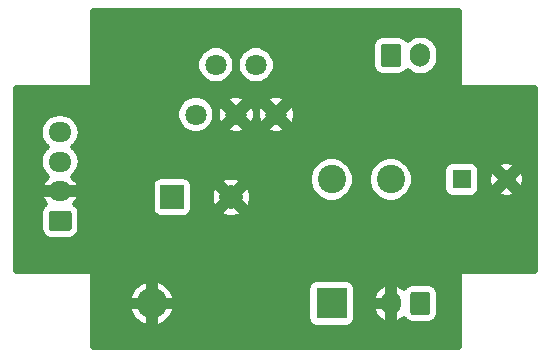
<source format=gbr>
G04 #@! TF.GenerationSoftware,KiCad,Pcbnew,(5.1.4)-1*
G04 #@! TF.CreationDate,2020-01-25T09:23:27+02:00*
G04 #@! TF.ProjectId,power_supply,706f7765-725f-4737-9570-706c792e6b69,rev?*
G04 #@! TF.SameCoordinates,Original*
G04 #@! TF.FileFunction,Copper,L2,Bot*
G04 #@! TF.FilePolarity,Positive*
%FSLAX46Y46*%
G04 Gerber Fmt 4.6, Leading zero omitted, Abs format (unit mm)*
G04 Created by KiCad (PCBNEW (5.1.4)-1) date 2020-01-25 09:23:27*
%MOMM*%
%LPD*%
G04 APERTURE LIST*
%ADD10C,2.000000*%
%ADD11R,2.000000X2.000000*%
%ADD12R,1.600000X1.600000*%
%ADD13C,1.600000*%
%ADD14R,2.600000X2.600000*%
%ADD15O,2.600000X2.600000*%
%ADD16O,1.950000X1.700000*%
%ADD17C,0.100000*%
%ADD18C,1.700000*%
%ADD19O,1.700000X2.000000*%
%ADD20C,2.400000*%
%ADD21C,1.800000*%
%ADD22C,0.500000*%
G04 APERTURE END LIST*
D10*
X177500000Y-128500000D03*
D11*
X172500000Y-128500000D03*
D12*
X197000000Y-127000000D03*
D13*
X200800000Y-127000000D03*
D14*
X186000000Y-137500000D03*
D15*
X170760000Y-137500000D03*
D16*
X163000000Y-123000000D03*
X163000000Y-125500000D03*
X163000000Y-128000000D03*
D17*
G36*
X163749504Y-129651204D02*
G01*
X163773773Y-129654804D01*
X163797571Y-129660765D01*
X163820671Y-129669030D01*
X163842849Y-129679520D01*
X163863893Y-129692133D01*
X163883598Y-129706747D01*
X163901777Y-129723223D01*
X163918253Y-129741402D01*
X163932867Y-129761107D01*
X163945480Y-129782151D01*
X163955970Y-129804329D01*
X163964235Y-129827429D01*
X163970196Y-129851227D01*
X163973796Y-129875496D01*
X163975000Y-129900000D01*
X163975000Y-131100000D01*
X163973796Y-131124504D01*
X163970196Y-131148773D01*
X163964235Y-131172571D01*
X163955970Y-131195671D01*
X163945480Y-131217849D01*
X163932867Y-131238893D01*
X163918253Y-131258598D01*
X163901777Y-131276777D01*
X163883598Y-131293253D01*
X163863893Y-131307867D01*
X163842849Y-131320480D01*
X163820671Y-131330970D01*
X163797571Y-131339235D01*
X163773773Y-131345196D01*
X163749504Y-131348796D01*
X163725000Y-131350000D01*
X162275000Y-131350000D01*
X162250496Y-131348796D01*
X162226227Y-131345196D01*
X162202429Y-131339235D01*
X162179329Y-131330970D01*
X162157151Y-131320480D01*
X162136107Y-131307867D01*
X162116402Y-131293253D01*
X162098223Y-131276777D01*
X162081747Y-131258598D01*
X162067133Y-131238893D01*
X162054520Y-131217849D01*
X162044030Y-131195671D01*
X162035765Y-131172571D01*
X162029804Y-131148773D01*
X162026204Y-131124504D01*
X162025000Y-131100000D01*
X162025000Y-129900000D01*
X162026204Y-129875496D01*
X162029804Y-129851227D01*
X162035765Y-129827429D01*
X162044030Y-129804329D01*
X162054520Y-129782151D01*
X162067133Y-129761107D01*
X162081747Y-129741402D01*
X162098223Y-129723223D01*
X162116402Y-129706747D01*
X162136107Y-129692133D01*
X162157151Y-129679520D01*
X162179329Y-129669030D01*
X162202429Y-129660765D01*
X162226227Y-129654804D01*
X162250496Y-129651204D01*
X162275000Y-129650000D01*
X163725000Y-129650000D01*
X163749504Y-129651204D01*
X163749504Y-129651204D01*
G37*
D18*
X163000000Y-130500000D03*
D19*
X191000000Y-137500000D03*
D17*
G36*
X194124504Y-136501204D02*
G01*
X194148773Y-136504804D01*
X194172571Y-136510765D01*
X194195671Y-136519030D01*
X194217849Y-136529520D01*
X194238893Y-136542133D01*
X194258598Y-136556747D01*
X194276777Y-136573223D01*
X194293253Y-136591402D01*
X194307867Y-136611107D01*
X194320480Y-136632151D01*
X194330970Y-136654329D01*
X194339235Y-136677429D01*
X194345196Y-136701227D01*
X194348796Y-136725496D01*
X194350000Y-136750000D01*
X194350000Y-138250000D01*
X194348796Y-138274504D01*
X194345196Y-138298773D01*
X194339235Y-138322571D01*
X194330970Y-138345671D01*
X194320480Y-138367849D01*
X194307867Y-138388893D01*
X194293253Y-138408598D01*
X194276777Y-138426777D01*
X194258598Y-138443253D01*
X194238893Y-138457867D01*
X194217849Y-138470480D01*
X194195671Y-138480970D01*
X194172571Y-138489235D01*
X194148773Y-138495196D01*
X194124504Y-138498796D01*
X194100000Y-138500000D01*
X192900000Y-138500000D01*
X192875496Y-138498796D01*
X192851227Y-138495196D01*
X192827429Y-138489235D01*
X192804329Y-138480970D01*
X192782151Y-138470480D01*
X192761107Y-138457867D01*
X192741402Y-138443253D01*
X192723223Y-138426777D01*
X192706747Y-138408598D01*
X192692133Y-138388893D01*
X192679520Y-138367849D01*
X192669030Y-138345671D01*
X192660765Y-138322571D01*
X192654804Y-138298773D01*
X192651204Y-138274504D01*
X192650000Y-138250000D01*
X192650000Y-136750000D01*
X192651204Y-136725496D01*
X192654804Y-136701227D01*
X192660765Y-136677429D01*
X192669030Y-136654329D01*
X192679520Y-136632151D01*
X192692133Y-136611107D01*
X192706747Y-136591402D01*
X192723223Y-136573223D01*
X192741402Y-136556747D01*
X192761107Y-136542133D01*
X192782151Y-136529520D01*
X192804329Y-136519030D01*
X192827429Y-136510765D01*
X192851227Y-136504804D01*
X192875496Y-136501204D01*
X192900000Y-136500000D01*
X194100000Y-136500000D01*
X194124504Y-136501204D01*
X194124504Y-136501204D01*
G37*
D18*
X193500000Y-137500000D03*
D17*
G36*
X191624504Y-115501204D02*
G01*
X191648773Y-115504804D01*
X191672571Y-115510765D01*
X191695671Y-115519030D01*
X191717849Y-115529520D01*
X191738893Y-115542133D01*
X191758598Y-115556747D01*
X191776777Y-115573223D01*
X191793253Y-115591402D01*
X191807867Y-115611107D01*
X191820480Y-115632151D01*
X191830970Y-115654329D01*
X191839235Y-115677429D01*
X191845196Y-115701227D01*
X191848796Y-115725496D01*
X191850000Y-115750000D01*
X191850000Y-117250000D01*
X191848796Y-117274504D01*
X191845196Y-117298773D01*
X191839235Y-117322571D01*
X191830970Y-117345671D01*
X191820480Y-117367849D01*
X191807867Y-117388893D01*
X191793253Y-117408598D01*
X191776777Y-117426777D01*
X191758598Y-117443253D01*
X191738893Y-117457867D01*
X191717849Y-117470480D01*
X191695671Y-117480970D01*
X191672571Y-117489235D01*
X191648773Y-117495196D01*
X191624504Y-117498796D01*
X191600000Y-117500000D01*
X190400000Y-117500000D01*
X190375496Y-117498796D01*
X190351227Y-117495196D01*
X190327429Y-117489235D01*
X190304329Y-117480970D01*
X190282151Y-117470480D01*
X190261107Y-117457867D01*
X190241402Y-117443253D01*
X190223223Y-117426777D01*
X190206747Y-117408598D01*
X190192133Y-117388893D01*
X190179520Y-117367849D01*
X190169030Y-117345671D01*
X190160765Y-117322571D01*
X190154804Y-117298773D01*
X190151204Y-117274504D01*
X190150000Y-117250000D01*
X190150000Y-115750000D01*
X190151204Y-115725496D01*
X190154804Y-115701227D01*
X190160765Y-115677429D01*
X190169030Y-115654329D01*
X190179520Y-115632151D01*
X190192133Y-115611107D01*
X190206747Y-115591402D01*
X190223223Y-115573223D01*
X190241402Y-115556747D01*
X190261107Y-115542133D01*
X190282151Y-115529520D01*
X190304329Y-115519030D01*
X190327429Y-115510765D01*
X190351227Y-115504804D01*
X190375496Y-115501204D01*
X190400000Y-115500000D01*
X191600000Y-115500000D01*
X191624504Y-115501204D01*
X191624504Y-115501204D01*
G37*
D18*
X191000000Y-116500000D03*
D19*
X193500000Y-116500000D03*
D20*
X186000000Y-127000000D03*
X191000000Y-127000000D03*
D21*
X177900000Y-121500000D03*
X181300000Y-121500000D03*
X174500000Y-121500000D03*
X176200000Y-117300000D03*
X179600000Y-117300000D03*
D22*
G36*
X196750000Y-119000000D02*
G01*
X196754804Y-119048773D01*
X196769030Y-119095671D01*
X196792133Y-119138893D01*
X196823223Y-119176777D01*
X196861107Y-119207867D01*
X196904329Y-119230970D01*
X196951227Y-119245196D01*
X197000000Y-119250000D01*
X203225000Y-119250000D01*
X203225001Y-134750000D01*
X197000000Y-134750000D01*
X196951227Y-134754804D01*
X196904329Y-134769030D01*
X196861107Y-134792133D01*
X196823223Y-134823223D01*
X196792133Y-134861107D01*
X196769030Y-134904329D01*
X196754804Y-134951227D01*
X196750000Y-135000000D01*
X196750000Y-141225000D01*
X165750000Y-141225000D01*
X165750000Y-138065219D01*
X168789460Y-138065219D01*
X168807530Y-138124815D01*
X168966941Y-138493717D01*
X169195259Y-138824431D01*
X169483709Y-139104248D01*
X169821206Y-139322415D01*
X170194780Y-139470547D01*
X170510000Y-139347206D01*
X170510000Y-137750000D01*
X171010000Y-137750000D01*
X171010000Y-139347206D01*
X171325220Y-139470547D01*
X171698794Y-139322415D01*
X172036291Y-139104248D01*
X172324741Y-138824431D01*
X172553059Y-138493717D01*
X172712470Y-138124815D01*
X172730540Y-138065219D01*
X172605645Y-137750000D01*
X171010000Y-137750000D01*
X170510000Y-137750000D01*
X168914355Y-137750000D01*
X168789460Y-138065219D01*
X165750000Y-138065219D01*
X165750000Y-136934781D01*
X168789460Y-136934781D01*
X168914355Y-137250000D01*
X170510000Y-137250000D01*
X170510000Y-135652794D01*
X171010000Y-135652794D01*
X171010000Y-137250000D01*
X172605645Y-137250000D01*
X172730540Y-136934781D01*
X172712470Y-136875185D01*
X172553059Y-136506283D01*
X172341608Y-136200000D01*
X183946372Y-136200000D01*
X183946372Y-138800000D01*
X183960853Y-138947026D01*
X184003739Y-139088401D01*
X184073381Y-139218693D01*
X184167105Y-139332895D01*
X184281307Y-139426619D01*
X184411599Y-139496261D01*
X184552974Y-139539147D01*
X184700000Y-139553628D01*
X187300000Y-139553628D01*
X187447026Y-139539147D01*
X187588401Y-139496261D01*
X187718693Y-139426619D01*
X187832895Y-139332895D01*
X187926619Y-139218693D01*
X187996261Y-139088401D01*
X188039147Y-138947026D01*
X188053628Y-138800000D01*
X188053628Y-137997839D01*
X189443074Y-137997839D01*
X189540850Y-138294897D01*
X189694700Y-138567172D01*
X189898712Y-138804200D01*
X190145046Y-138996873D01*
X190424236Y-139137786D01*
X190505857Y-139171783D01*
X190750000Y-139040200D01*
X190750000Y-137750000D01*
X189595328Y-137750000D01*
X189443074Y-137997839D01*
X188053628Y-137997839D01*
X188053628Y-137002161D01*
X189443074Y-137002161D01*
X189595328Y-137250000D01*
X190750000Y-137250000D01*
X190750000Y-135959800D01*
X191250000Y-135959800D01*
X191250000Y-137250000D01*
X191270000Y-137250000D01*
X191270000Y-137750000D01*
X191250000Y-137750000D01*
X191250000Y-139040200D01*
X191494143Y-139171783D01*
X191575764Y-139137786D01*
X191854954Y-138996873D01*
X192077807Y-138822566D01*
X192190328Y-138959672D01*
X192342414Y-139084486D01*
X192515928Y-139177231D01*
X192704202Y-139234344D01*
X192900000Y-139253628D01*
X194100000Y-139253628D01*
X194295798Y-139234344D01*
X194484072Y-139177231D01*
X194657586Y-139084486D01*
X194809672Y-138959672D01*
X194934486Y-138807586D01*
X195027231Y-138634072D01*
X195084344Y-138445798D01*
X195103628Y-138250000D01*
X195103628Y-136750000D01*
X195084344Y-136554202D01*
X195027231Y-136365928D01*
X194934486Y-136192414D01*
X194809672Y-136040328D01*
X194657586Y-135915514D01*
X194484072Y-135822769D01*
X194295798Y-135765656D01*
X194100000Y-135746372D01*
X192900000Y-135746372D01*
X192704202Y-135765656D01*
X192515928Y-135822769D01*
X192342414Y-135915514D01*
X192190328Y-136040328D01*
X192077807Y-136177434D01*
X191854954Y-136003127D01*
X191575764Y-135862214D01*
X191494143Y-135828217D01*
X191250000Y-135959800D01*
X190750000Y-135959800D01*
X190505857Y-135828217D01*
X190424236Y-135862214D01*
X190145046Y-136003127D01*
X189898712Y-136195800D01*
X189694700Y-136432828D01*
X189540850Y-136705103D01*
X189443074Y-137002161D01*
X188053628Y-137002161D01*
X188053628Y-136200000D01*
X188039147Y-136052974D01*
X187996261Y-135911599D01*
X187926619Y-135781307D01*
X187832895Y-135667105D01*
X187718693Y-135573381D01*
X187588401Y-135503739D01*
X187447026Y-135460853D01*
X187300000Y-135446372D01*
X184700000Y-135446372D01*
X184552974Y-135460853D01*
X184411599Y-135503739D01*
X184281307Y-135573381D01*
X184167105Y-135667105D01*
X184073381Y-135781307D01*
X184003739Y-135911599D01*
X183960853Y-136052974D01*
X183946372Y-136200000D01*
X172341608Y-136200000D01*
X172324741Y-136175569D01*
X172036291Y-135895752D01*
X171698794Y-135677585D01*
X171325220Y-135529453D01*
X171010000Y-135652794D01*
X170510000Y-135652794D01*
X170194780Y-135529453D01*
X169821206Y-135677585D01*
X169483709Y-135895752D01*
X169195259Y-136175569D01*
X168966941Y-136506283D01*
X168807530Y-136875185D01*
X168789460Y-136934781D01*
X165750000Y-136934781D01*
X165750000Y-135000000D01*
X165745196Y-134951227D01*
X165730970Y-134904329D01*
X165707867Y-134861107D01*
X165676777Y-134823223D01*
X165638893Y-134792133D01*
X165595671Y-134769030D01*
X165548773Y-134754804D01*
X165500000Y-134750000D01*
X159275000Y-134750000D01*
X159275000Y-129900000D01*
X161271372Y-129900000D01*
X161271372Y-131100000D01*
X161290656Y-131295798D01*
X161347769Y-131484072D01*
X161440514Y-131657586D01*
X161565328Y-131809672D01*
X161717414Y-131934486D01*
X161890928Y-132027231D01*
X162079202Y-132084344D01*
X162275000Y-132103628D01*
X163725000Y-132103628D01*
X163920798Y-132084344D01*
X164109072Y-132027231D01*
X164282586Y-131934486D01*
X164434672Y-131809672D01*
X164559486Y-131657586D01*
X164652231Y-131484072D01*
X164709344Y-131295798D01*
X164728628Y-131100000D01*
X164728628Y-129900000D01*
X164709344Y-129704202D01*
X164652231Y-129515928D01*
X164559486Y-129342414D01*
X164434672Y-129190328D01*
X164299106Y-129079072D01*
X164484980Y-128833574D01*
X164621471Y-128552238D01*
X164646783Y-128494143D01*
X164515200Y-128250000D01*
X163250000Y-128250000D01*
X163250000Y-128270000D01*
X162750000Y-128270000D01*
X162750000Y-128250000D01*
X161484800Y-128250000D01*
X161353217Y-128494143D01*
X161378529Y-128552238D01*
X161515020Y-128833574D01*
X161700894Y-129079072D01*
X161565328Y-129190328D01*
X161440514Y-129342414D01*
X161347769Y-129515928D01*
X161290656Y-129704202D01*
X161271372Y-129900000D01*
X159275000Y-129900000D01*
X159275000Y-123000000D01*
X161267259Y-123000000D01*
X161298151Y-123313655D01*
X161389641Y-123615256D01*
X161538212Y-123893213D01*
X161738155Y-124136845D01*
X161876035Y-124250000D01*
X161738155Y-124363155D01*
X161538212Y-124606787D01*
X161389641Y-124884744D01*
X161298151Y-125186345D01*
X161267259Y-125500000D01*
X161298151Y-125813655D01*
X161389641Y-126115256D01*
X161538212Y-126393213D01*
X161738155Y-126636845D01*
X161884272Y-126756760D01*
X161703774Y-126917124D01*
X161515020Y-127166426D01*
X161378529Y-127447762D01*
X161353217Y-127505857D01*
X161484800Y-127750000D01*
X162750000Y-127750000D01*
X162750000Y-127730000D01*
X163250000Y-127730000D01*
X163250000Y-127750000D01*
X164515200Y-127750000D01*
X164646783Y-127505857D01*
X164644232Y-127500000D01*
X170746372Y-127500000D01*
X170746372Y-129500000D01*
X170760853Y-129647026D01*
X170803739Y-129788401D01*
X170873381Y-129918693D01*
X170967105Y-130032895D01*
X171081307Y-130126619D01*
X171211599Y-130196261D01*
X171352974Y-130239147D01*
X171500000Y-130253628D01*
X173500000Y-130253628D01*
X173647026Y-130239147D01*
X173788401Y-130196261D01*
X173918693Y-130126619D01*
X174032895Y-130032895D01*
X174126619Y-129918693D01*
X174196261Y-129788401D01*
X174200792Y-129773463D01*
X176580091Y-129773463D01*
X176679152Y-130055127D01*
X176998313Y-130185385D01*
X177336755Y-130250875D01*
X177681470Y-130249080D01*
X178019212Y-130180068D01*
X178320848Y-130055127D01*
X178419909Y-129773463D01*
X177500000Y-128853553D01*
X176580091Y-129773463D01*
X174200792Y-129773463D01*
X174239147Y-129647026D01*
X174253628Y-129500000D01*
X174253628Y-128336755D01*
X175749125Y-128336755D01*
X175750920Y-128681470D01*
X175819932Y-129019212D01*
X175944873Y-129320848D01*
X176226537Y-129419909D01*
X177146447Y-128500000D01*
X177853553Y-128500000D01*
X178773463Y-129419909D01*
X179055127Y-129320848D01*
X179185385Y-129001687D01*
X179250875Y-128663245D01*
X179249080Y-128318530D01*
X179180068Y-127980788D01*
X179055127Y-127679152D01*
X178773463Y-127580091D01*
X177853553Y-128500000D01*
X177146447Y-128500000D01*
X176226537Y-127580091D01*
X175944873Y-127679152D01*
X175814615Y-127998313D01*
X175749125Y-128336755D01*
X174253628Y-128336755D01*
X174253628Y-127500000D01*
X174239147Y-127352974D01*
X174200793Y-127226537D01*
X176580091Y-127226537D01*
X177500000Y-128146447D01*
X178419909Y-127226537D01*
X178320848Y-126944873D01*
X178001687Y-126814615D01*
X177967202Y-126807942D01*
X184050000Y-126807942D01*
X184050000Y-127192058D01*
X184124938Y-127568794D01*
X184271933Y-127923671D01*
X184485336Y-128243052D01*
X184756948Y-128514664D01*
X185076329Y-128728067D01*
X185431206Y-128875062D01*
X185807942Y-128950000D01*
X186192058Y-128950000D01*
X186568794Y-128875062D01*
X186923671Y-128728067D01*
X187243052Y-128514664D01*
X187514664Y-128243052D01*
X187728067Y-127923671D01*
X187875062Y-127568794D01*
X187950000Y-127192058D01*
X187950000Y-126807942D01*
X189050000Y-126807942D01*
X189050000Y-127192058D01*
X189124938Y-127568794D01*
X189271933Y-127923671D01*
X189485336Y-128243052D01*
X189756948Y-128514664D01*
X190076329Y-128728067D01*
X190431206Y-128875062D01*
X190807942Y-128950000D01*
X191192058Y-128950000D01*
X191568794Y-128875062D01*
X191923671Y-128728067D01*
X192243052Y-128514664D01*
X192514664Y-128243052D01*
X192728067Y-127923671D01*
X192875062Y-127568794D01*
X192950000Y-127192058D01*
X192950000Y-126807942D01*
X192875062Y-126431206D01*
X192779294Y-126200000D01*
X195446372Y-126200000D01*
X195446372Y-127800000D01*
X195460853Y-127947026D01*
X195503739Y-128088401D01*
X195573381Y-128218693D01*
X195667105Y-128332895D01*
X195781307Y-128426619D01*
X195911599Y-128496261D01*
X196052974Y-128539147D01*
X196200000Y-128553628D01*
X197800000Y-128553628D01*
X197947026Y-128539147D01*
X198088401Y-128496261D01*
X198218693Y-128426619D01*
X198332895Y-128332895D01*
X198426619Y-128218693D01*
X198474428Y-128129247D01*
X200024306Y-128129247D01*
X200098649Y-128390653D01*
X200383429Y-128500758D01*
X200684216Y-128553190D01*
X200989454Y-128545935D01*
X201287411Y-128479270D01*
X201501351Y-128390653D01*
X201575694Y-128129247D01*
X200800000Y-127353553D01*
X200024306Y-128129247D01*
X198474428Y-128129247D01*
X198496261Y-128088401D01*
X198539147Y-127947026D01*
X198553628Y-127800000D01*
X198553628Y-126884216D01*
X199246810Y-126884216D01*
X199254065Y-127189454D01*
X199320730Y-127487411D01*
X199409347Y-127701351D01*
X199670753Y-127775694D01*
X200446447Y-127000000D01*
X201153553Y-127000000D01*
X201929247Y-127775694D01*
X202190653Y-127701351D01*
X202300758Y-127416571D01*
X202353190Y-127115784D01*
X202345935Y-126810546D01*
X202279270Y-126512589D01*
X202190653Y-126298649D01*
X201929247Y-126224306D01*
X201153553Y-127000000D01*
X200446447Y-127000000D01*
X199670753Y-126224306D01*
X199409347Y-126298649D01*
X199299242Y-126583429D01*
X199246810Y-126884216D01*
X198553628Y-126884216D01*
X198553628Y-126200000D01*
X198539147Y-126052974D01*
X198496261Y-125911599D01*
X198474429Y-125870753D01*
X200024306Y-125870753D01*
X200800000Y-126646447D01*
X201575694Y-125870753D01*
X201501351Y-125609347D01*
X201216571Y-125499242D01*
X200915784Y-125446810D01*
X200610546Y-125454065D01*
X200312589Y-125520730D01*
X200098649Y-125609347D01*
X200024306Y-125870753D01*
X198474429Y-125870753D01*
X198426619Y-125781307D01*
X198332895Y-125667105D01*
X198218693Y-125573381D01*
X198088401Y-125503739D01*
X197947026Y-125460853D01*
X197800000Y-125446372D01*
X196200000Y-125446372D01*
X196052974Y-125460853D01*
X195911599Y-125503739D01*
X195781307Y-125573381D01*
X195667105Y-125667105D01*
X195573381Y-125781307D01*
X195503739Y-125911599D01*
X195460853Y-126052974D01*
X195446372Y-126200000D01*
X192779294Y-126200000D01*
X192728067Y-126076329D01*
X192514664Y-125756948D01*
X192243052Y-125485336D01*
X191923671Y-125271933D01*
X191568794Y-125124938D01*
X191192058Y-125050000D01*
X190807942Y-125050000D01*
X190431206Y-125124938D01*
X190076329Y-125271933D01*
X189756948Y-125485336D01*
X189485336Y-125756948D01*
X189271933Y-126076329D01*
X189124938Y-126431206D01*
X189050000Y-126807942D01*
X187950000Y-126807942D01*
X187875062Y-126431206D01*
X187728067Y-126076329D01*
X187514664Y-125756948D01*
X187243052Y-125485336D01*
X186923671Y-125271933D01*
X186568794Y-125124938D01*
X186192058Y-125050000D01*
X185807942Y-125050000D01*
X185431206Y-125124938D01*
X185076329Y-125271933D01*
X184756948Y-125485336D01*
X184485336Y-125756948D01*
X184271933Y-126076329D01*
X184124938Y-126431206D01*
X184050000Y-126807942D01*
X177967202Y-126807942D01*
X177663245Y-126749125D01*
X177318530Y-126750920D01*
X176980788Y-126819932D01*
X176679152Y-126944873D01*
X176580091Y-127226537D01*
X174200793Y-127226537D01*
X174196261Y-127211599D01*
X174126619Y-127081307D01*
X174032895Y-126967105D01*
X173918693Y-126873381D01*
X173788401Y-126803739D01*
X173647026Y-126760853D01*
X173500000Y-126746372D01*
X171500000Y-126746372D01*
X171352974Y-126760853D01*
X171211599Y-126803739D01*
X171081307Y-126873381D01*
X170967105Y-126967105D01*
X170873381Y-127081307D01*
X170803739Y-127211599D01*
X170760853Y-127352974D01*
X170746372Y-127500000D01*
X164644232Y-127500000D01*
X164621471Y-127447762D01*
X164484980Y-127166426D01*
X164296226Y-126917124D01*
X164115728Y-126756760D01*
X164261845Y-126636845D01*
X164461788Y-126393213D01*
X164610359Y-126115256D01*
X164701849Y-125813655D01*
X164732741Y-125500000D01*
X164701849Y-125186345D01*
X164610359Y-124884744D01*
X164461788Y-124606787D01*
X164261845Y-124363155D01*
X164123965Y-124250000D01*
X164261845Y-124136845D01*
X164461788Y-123893213D01*
X164610359Y-123615256D01*
X164701849Y-123313655D01*
X164732741Y-123000000D01*
X164701849Y-122686345D01*
X164610359Y-122384744D01*
X164461788Y-122106787D01*
X164261845Y-121863155D01*
X164018213Y-121663212D01*
X163740256Y-121514641D01*
X163438655Y-121423151D01*
X163203597Y-121400000D01*
X162796403Y-121400000D01*
X162561345Y-121423151D01*
X162259744Y-121514641D01*
X161981787Y-121663212D01*
X161738155Y-121863155D01*
X161538212Y-122106787D01*
X161389641Y-122384744D01*
X161298151Y-122686345D01*
X161267259Y-123000000D01*
X159275000Y-123000000D01*
X159275000Y-121337489D01*
X172850000Y-121337489D01*
X172850000Y-121662511D01*
X172913408Y-121981287D01*
X173037789Y-122281568D01*
X173218361Y-122551814D01*
X173448186Y-122781639D01*
X173718432Y-122962211D01*
X174018713Y-123086592D01*
X174337489Y-123150000D01*
X174662511Y-123150000D01*
X174981287Y-123086592D01*
X175281568Y-122962211D01*
X175551814Y-122781639D01*
X175632024Y-122701429D01*
X177052125Y-122701429D01*
X177138858Y-122972947D01*
X177440841Y-123093136D01*
X177760469Y-123152102D01*
X178085459Y-123147579D01*
X178403322Y-123079739D01*
X178661142Y-122972947D01*
X178747875Y-122701429D01*
X180452125Y-122701429D01*
X180538858Y-122972947D01*
X180840841Y-123093136D01*
X181160469Y-123152102D01*
X181485459Y-123147579D01*
X181803322Y-123079739D01*
X182061142Y-122972947D01*
X182147875Y-122701429D01*
X181300000Y-121853553D01*
X180452125Y-122701429D01*
X178747875Y-122701429D01*
X177900000Y-121853553D01*
X177052125Y-122701429D01*
X175632024Y-122701429D01*
X175781639Y-122551814D01*
X175962211Y-122281568D01*
X176086592Y-121981287D01*
X176150000Y-121662511D01*
X176150000Y-121360469D01*
X176247898Y-121360469D01*
X176252421Y-121685459D01*
X176320261Y-122003322D01*
X176427053Y-122261142D01*
X176698571Y-122347875D01*
X177546447Y-121500000D01*
X178253553Y-121500000D01*
X179101429Y-122347875D01*
X179372947Y-122261142D01*
X179493136Y-121959159D01*
X179552102Y-121639531D01*
X179548219Y-121360469D01*
X179647898Y-121360469D01*
X179652421Y-121685459D01*
X179720261Y-122003322D01*
X179827053Y-122261142D01*
X180098571Y-122347875D01*
X180946447Y-121500000D01*
X181653553Y-121500000D01*
X182501429Y-122347875D01*
X182772947Y-122261142D01*
X182893136Y-121959159D01*
X182952102Y-121639531D01*
X182947579Y-121314541D01*
X182879739Y-120996678D01*
X182772947Y-120738858D01*
X182501429Y-120652125D01*
X181653553Y-121500000D01*
X180946447Y-121500000D01*
X180098571Y-120652125D01*
X179827053Y-120738858D01*
X179706864Y-121040841D01*
X179647898Y-121360469D01*
X179548219Y-121360469D01*
X179547579Y-121314541D01*
X179479739Y-120996678D01*
X179372947Y-120738858D01*
X179101429Y-120652125D01*
X178253553Y-121500000D01*
X177546447Y-121500000D01*
X176698571Y-120652125D01*
X176427053Y-120738858D01*
X176306864Y-121040841D01*
X176247898Y-121360469D01*
X176150000Y-121360469D01*
X176150000Y-121337489D01*
X176086592Y-121018713D01*
X175962211Y-120718432D01*
X175781639Y-120448186D01*
X175632024Y-120298571D01*
X177052125Y-120298571D01*
X177900000Y-121146447D01*
X178747875Y-120298571D01*
X180452125Y-120298571D01*
X181300000Y-121146447D01*
X182147875Y-120298571D01*
X182061142Y-120027053D01*
X181759159Y-119906864D01*
X181439531Y-119847898D01*
X181114541Y-119852421D01*
X180796678Y-119920261D01*
X180538858Y-120027053D01*
X180452125Y-120298571D01*
X178747875Y-120298571D01*
X178661142Y-120027053D01*
X178359159Y-119906864D01*
X178039531Y-119847898D01*
X177714541Y-119852421D01*
X177396678Y-119920261D01*
X177138858Y-120027053D01*
X177052125Y-120298571D01*
X175632024Y-120298571D01*
X175551814Y-120218361D01*
X175281568Y-120037789D01*
X174981287Y-119913408D01*
X174662511Y-119850000D01*
X174337489Y-119850000D01*
X174018713Y-119913408D01*
X173718432Y-120037789D01*
X173448186Y-120218361D01*
X173218361Y-120448186D01*
X173037789Y-120718432D01*
X172913408Y-121018713D01*
X172850000Y-121337489D01*
X159275000Y-121337489D01*
X159275000Y-119250000D01*
X165500000Y-119250000D01*
X165548773Y-119245196D01*
X165595671Y-119230970D01*
X165638893Y-119207867D01*
X165676777Y-119176777D01*
X165707867Y-119138893D01*
X165730970Y-119095671D01*
X165745196Y-119048773D01*
X165750000Y-119000000D01*
X165750000Y-117137489D01*
X174550000Y-117137489D01*
X174550000Y-117462511D01*
X174613408Y-117781287D01*
X174737789Y-118081568D01*
X174918361Y-118351814D01*
X175148186Y-118581639D01*
X175418432Y-118762211D01*
X175718713Y-118886592D01*
X176037489Y-118950000D01*
X176362511Y-118950000D01*
X176681287Y-118886592D01*
X176981568Y-118762211D01*
X177251814Y-118581639D01*
X177481639Y-118351814D01*
X177662211Y-118081568D01*
X177786592Y-117781287D01*
X177850000Y-117462511D01*
X177850000Y-117137489D01*
X177950000Y-117137489D01*
X177950000Y-117462511D01*
X178013408Y-117781287D01*
X178137789Y-118081568D01*
X178318361Y-118351814D01*
X178548186Y-118581639D01*
X178818432Y-118762211D01*
X179118713Y-118886592D01*
X179437489Y-118950000D01*
X179762511Y-118950000D01*
X180081287Y-118886592D01*
X180381568Y-118762211D01*
X180651814Y-118581639D01*
X180881639Y-118351814D01*
X181062211Y-118081568D01*
X181186592Y-117781287D01*
X181250000Y-117462511D01*
X181250000Y-117137489D01*
X181186592Y-116818713D01*
X181062211Y-116518432D01*
X180881639Y-116248186D01*
X180651814Y-116018361D01*
X180381568Y-115837789D01*
X180169628Y-115750000D01*
X189396372Y-115750000D01*
X189396372Y-117250000D01*
X189415656Y-117445798D01*
X189472769Y-117634072D01*
X189565514Y-117807586D01*
X189690328Y-117959672D01*
X189842414Y-118084486D01*
X190015928Y-118177231D01*
X190204202Y-118234344D01*
X190400000Y-118253628D01*
X191600000Y-118253628D01*
X191795798Y-118234344D01*
X191984072Y-118177231D01*
X192157586Y-118084486D01*
X192309672Y-117959672D01*
X192415950Y-117830172D01*
X192606788Y-117986788D01*
X192884745Y-118135359D01*
X193186346Y-118226849D01*
X193500000Y-118257741D01*
X193813655Y-118226849D01*
X194115256Y-118135359D01*
X194393213Y-117986788D01*
X194636845Y-117786845D01*
X194836788Y-117543213D01*
X194985359Y-117265255D01*
X195076849Y-116963654D01*
X195100000Y-116728596D01*
X195100000Y-116271403D01*
X195076849Y-116036345D01*
X194985359Y-115734744D01*
X194836788Y-115456787D01*
X194636845Y-115213155D01*
X194393212Y-115013212D01*
X194115255Y-114864641D01*
X193813654Y-114773151D01*
X193500000Y-114742259D01*
X193186345Y-114773151D01*
X192884744Y-114864641D01*
X192606787Y-115013212D01*
X192415950Y-115169828D01*
X192309672Y-115040328D01*
X192157586Y-114915514D01*
X191984072Y-114822769D01*
X191795798Y-114765656D01*
X191600000Y-114746372D01*
X190400000Y-114746372D01*
X190204202Y-114765656D01*
X190015928Y-114822769D01*
X189842414Y-114915514D01*
X189690328Y-115040328D01*
X189565514Y-115192414D01*
X189472769Y-115365928D01*
X189415656Y-115554202D01*
X189396372Y-115750000D01*
X180169628Y-115750000D01*
X180081287Y-115713408D01*
X179762511Y-115650000D01*
X179437489Y-115650000D01*
X179118713Y-115713408D01*
X178818432Y-115837789D01*
X178548186Y-116018361D01*
X178318361Y-116248186D01*
X178137789Y-116518432D01*
X178013408Y-116818713D01*
X177950000Y-117137489D01*
X177850000Y-117137489D01*
X177786592Y-116818713D01*
X177662211Y-116518432D01*
X177481639Y-116248186D01*
X177251814Y-116018361D01*
X176981568Y-115837789D01*
X176681287Y-115713408D01*
X176362511Y-115650000D01*
X176037489Y-115650000D01*
X175718713Y-115713408D01*
X175418432Y-115837789D01*
X175148186Y-116018361D01*
X174918361Y-116248186D01*
X174737789Y-116518432D01*
X174613408Y-116818713D01*
X174550000Y-117137489D01*
X165750000Y-117137489D01*
X165750000Y-112775000D01*
X196750000Y-112775000D01*
X196750000Y-119000000D01*
X196750000Y-119000000D01*
G37*
X196750000Y-119000000D02*
X196754804Y-119048773D01*
X196769030Y-119095671D01*
X196792133Y-119138893D01*
X196823223Y-119176777D01*
X196861107Y-119207867D01*
X196904329Y-119230970D01*
X196951227Y-119245196D01*
X197000000Y-119250000D01*
X203225000Y-119250000D01*
X203225001Y-134750000D01*
X197000000Y-134750000D01*
X196951227Y-134754804D01*
X196904329Y-134769030D01*
X196861107Y-134792133D01*
X196823223Y-134823223D01*
X196792133Y-134861107D01*
X196769030Y-134904329D01*
X196754804Y-134951227D01*
X196750000Y-135000000D01*
X196750000Y-141225000D01*
X165750000Y-141225000D01*
X165750000Y-138065219D01*
X168789460Y-138065219D01*
X168807530Y-138124815D01*
X168966941Y-138493717D01*
X169195259Y-138824431D01*
X169483709Y-139104248D01*
X169821206Y-139322415D01*
X170194780Y-139470547D01*
X170510000Y-139347206D01*
X170510000Y-137750000D01*
X171010000Y-137750000D01*
X171010000Y-139347206D01*
X171325220Y-139470547D01*
X171698794Y-139322415D01*
X172036291Y-139104248D01*
X172324741Y-138824431D01*
X172553059Y-138493717D01*
X172712470Y-138124815D01*
X172730540Y-138065219D01*
X172605645Y-137750000D01*
X171010000Y-137750000D01*
X170510000Y-137750000D01*
X168914355Y-137750000D01*
X168789460Y-138065219D01*
X165750000Y-138065219D01*
X165750000Y-136934781D01*
X168789460Y-136934781D01*
X168914355Y-137250000D01*
X170510000Y-137250000D01*
X170510000Y-135652794D01*
X171010000Y-135652794D01*
X171010000Y-137250000D01*
X172605645Y-137250000D01*
X172730540Y-136934781D01*
X172712470Y-136875185D01*
X172553059Y-136506283D01*
X172341608Y-136200000D01*
X183946372Y-136200000D01*
X183946372Y-138800000D01*
X183960853Y-138947026D01*
X184003739Y-139088401D01*
X184073381Y-139218693D01*
X184167105Y-139332895D01*
X184281307Y-139426619D01*
X184411599Y-139496261D01*
X184552974Y-139539147D01*
X184700000Y-139553628D01*
X187300000Y-139553628D01*
X187447026Y-139539147D01*
X187588401Y-139496261D01*
X187718693Y-139426619D01*
X187832895Y-139332895D01*
X187926619Y-139218693D01*
X187996261Y-139088401D01*
X188039147Y-138947026D01*
X188053628Y-138800000D01*
X188053628Y-137997839D01*
X189443074Y-137997839D01*
X189540850Y-138294897D01*
X189694700Y-138567172D01*
X189898712Y-138804200D01*
X190145046Y-138996873D01*
X190424236Y-139137786D01*
X190505857Y-139171783D01*
X190750000Y-139040200D01*
X190750000Y-137750000D01*
X189595328Y-137750000D01*
X189443074Y-137997839D01*
X188053628Y-137997839D01*
X188053628Y-137002161D01*
X189443074Y-137002161D01*
X189595328Y-137250000D01*
X190750000Y-137250000D01*
X190750000Y-135959800D01*
X191250000Y-135959800D01*
X191250000Y-137250000D01*
X191270000Y-137250000D01*
X191270000Y-137750000D01*
X191250000Y-137750000D01*
X191250000Y-139040200D01*
X191494143Y-139171783D01*
X191575764Y-139137786D01*
X191854954Y-138996873D01*
X192077807Y-138822566D01*
X192190328Y-138959672D01*
X192342414Y-139084486D01*
X192515928Y-139177231D01*
X192704202Y-139234344D01*
X192900000Y-139253628D01*
X194100000Y-139253628D01*
X194295798Y-139234344D01*
X194484072Y-139177231D01*
X194657586Y-139084486D01*
X194809672Y-138959672D01*
X194934486Y-138807586D01*
X195027231Y-138634072D01*
X195084344Y-138445798D01*
X195103628Y-138250000D01*
X195103628Y-136750000D01*
X195084344Y-136554202D01*
X195027231Y-136365928D01*
X194934486Y-136192414D01*
X194809672Y-136040328D01*
X194657586Y-135915514D01*
X194484072Y-135822769D01*
X194295798Y-135765656D01*
X194100000Y-135746372D01*
X192900000Y-135746372D01*
X192704202Y-135765656D01*
X192515928Y-135822769D01*
X192342414Y-135915514D01*
X192190328Y-136040328D01*
X192077807Y-136177434D01*
X191854954Y-136003127D01*
X191575764Y-135862214D01*
X191494143Y-135828217D01*
X191250000Y-135959800D01*
X190750000Y-135959800D01*
X190505857Y-135828217D01*
X190424236Y-135862214D01*
X190145046Y-136003127D01*
X189898712Y-136195800D01*
X189694700Y-136432828D01*
X189540850Y-136705103D01*
X189443074Y-137002161D01*
X188053628Y-137002161D01*
X188053628Y-136200000D01*
X188039147Y-136052974D01*
X187996261Y-135911599D01*
X187926619Y-135781307D01*
X187832895Y-135667105D01*
X187718693Y-135573381D01*
X187588401Y-135503739D01*
X187447026Y-135460853D01*
X187300000Y-135446372D01*
X184700000Y-135446372D01*
X184552974Y-135460853D01*
X184411599Y-135503739D01*
X184281307Y-135573381D01*
X184167105Y-135667105D01*
X184073381Y-135781307D01*
X184003739Y-135911599D01*
X183960853Y-136052974D01*
X183946372Y-136200000D01*
X172341608Y-136200000D01*
X172324741Y-136175569D01*
X172036291Y-135895752D01*
X171698794Y-135677585D01*
X171325220Y-135529453D01*
X171010000Y-135652794D01*
X170510000Y-135652794D01*
X170194780Y-135529453D01*
X169821206Y-135677585D01*
X169483709Y-135895752D01*
X169195259Y-136175569D01*
X168966941Y-136506283D01*
X168807530Y-136875185D01*
X168789460Y-136934781D01*
X165750000Y-136934781D01*
X165750000Y-135000000D01*
X165745196Y-134951227D01*
X165730970Y-134904329D01*
X165707867Y-134861107D01*
X165676777Y-134823223D01*
X165638893Y-134792133D01*
X165595671Y-134769030D01*
X165548773Y-134754804D01*
X165500000Y-134750000D01*
X159275000Y-134750000D01*
X159275000Y-129900000D01*
X161271372Y-129900000D01*
X161271372Y-131100000D01*
X161290656Y-131295798D01*
X161347769Y-131484072D01*
X161440514Y-131657586D01*
X161565328Y-131809672D01*
X161717414Y-131934486D01*
X161890928Y-132027231D01*
X162079202Y-132084344D01*
X162275000Y-132103628D01*
X163725000Y-132103628D01*
X163920798Y-132084344D01*
X164109072Y-132027231D01*
X164282586Y-131934486D01*
X164434672Y-131809672D01*
X164559486Y-131657586D01*
X164652231Y-131484072D01*
X164709344Y-131295798D01*
X164728628Y-131100000D01*
X164728628Y-129900000D01*
X164709344Y-129704202D01*
X164652231Y-129515928D01*
X164559486Y-129342414D01*
X164434672Y-129190328D01*
X164299106Y-129079072D01*
X164484980Y-128833574D01*
X164621471Y-128552238D01*
X164646783Y-128494143D01*
X164515200Y-128250000D01*
X163250000Y-128250000D01*
X163250000Y-128270000D01*
X162750000Y-128270000D01*
X162750000Y-128250000D01*
X161484800Y-128250000D01*
X161353217Y-128494143D01*
X161378529Y-128552238D01*
X161515020Y-128833574D01*
X161700894Y-129079072D01*
X161565328Y-129190328D01*
X161440514Y-129342414D01*
X161347769Y-129515928D01*
X161290656Y-129704202D01*
X161271372Y-129900000D01*
X159275000Y-129900000D01*
X159275000Y-123000000D01*
X161267259Y-123000000D01*
X161298151Y-123313655D01*
X161389641Y-123615256D01*
X161538212Y-123893213D01*
X161738155Y-124136845D01*
X161876035Y-124250000D01*
X161738155Y-124363155D01*
X161538212Y-124606787D01*
X161389641Y-124884744D01*
X161298151Y-125186345D01*
X161267259Y-125500000D01*
X161298151Y-125813655D01*
X161389641Y-126115256D01*
X161538212Y-126393213D01*
X161738155Y-126636845D01*
X161884272Y-126756760D01*
X161703774Y-126917124D01*
X161515020Y-127166426D01*
X161378529Y-127447762D01*
X161353217Y-127505857D01*
X161484800Y-127750000D01*
X162750000Y-127750000D01*
X162750000Y-127730000D01*
X163250000Y-127730000D01*
X163250000Y-127750000D01*
X164515200Y-127750000D01*
X164646783Y-127505857D01*
X164644232Y-127500000D01*
X170746372Y-127500000D01*
X170746372Y-129500000D01*
X170760853Y-129647026D01*
X170803739Y-129788401D01*
X170873381Y-129918693D01*
X170967105Y-130032895D01*
X171081307Y-130126619D01*
X171211599Y-130196261D01*
X171352974Y-130239147D01*
X171500000Y-130253628D01*
X173500000Y-130253628D01*
X173647026Y-130239147D01*
X173788401Y-130196261D01*
X173918693Y-130126619D01*
X174032895Y-130032895D01*
X174126619Y-129918693D01*
X174196261Y-129788401D01*
X174200792Y-129773463D01*
X176580091Y-129773463D01*
X176679152Y-130055127D01*
X176998313Y-130185385D01*
X177336755Y-130250875D01*
X177681470Y-130249080D01*
X178019212Y-130180068D01*
X178320848Y-130055127D01*
X178419909Y-129773463D01*
X177500000Y-128853553D01*
X176580091Y-129773463D01*
X174200792Y-129773463D01*
X174239147Y-129647026D01*
X174253628Y-129500000D01*
X174253628Y-128336755D01*
X175749125Y-128336755D01*
X175750920Y-128681470D01*
X175819932Y-129019212D01*
X175944873Y-129320848D01*
X176226537Y-129419909D01*
X177146447Y-128500000D01*
X177853553Y-128500000D01*
X178773463Y-129419909D01*
X179055127Y-129320848D01*
X179185385Y-129001687D01*
X179250875Y-128663245D01*
X179249080Y-128318530D01*
X179180068Y-127980788D01*
X179055127Y-127679152D01*
X178773463Y-127580091D01*
X177853553Y-128500000D01*
X177146447Y-128500000D01*
X176226537Y-127580091D01*
X175944873Y-127679152D01*
X175814615Y-127998313D01*
X175749125Y-128336755D01*
X174253628Y-128336755D01*
X174253628Y-127500000D01*
X174239147Y-127352974D01*
X174200793Y-127226537D01*
X176580091Y-127226537D01*
X177500000Y-128146447D01*
X178419909Y-127226537D01*
X178320848Y-126944873D01*
X178001687Y-126814615D01*
X177967202Y-126807942D01*
X184050000Y-126807942D01*
X184050000Y-127192058D01*
X184124938Y-127568794D01*
X184271933Y-127923671D01*
X184485336Y-128243052D01*
X184756948Y-128514664D01*
X185076329Y-128728067D01*
X185431206Y-128875062D01*
X185807942Y-128950000D01*
X186192058Y-128950000D01*
X186568794Y-128875062D01*
X186923671Y-128728067D01*
X187243052Y-128514664D01*
X187514664Y-128243052D01*
X187728067Y-127923671D01*
X187875062Y-127568794D01*
X187950000Y-127192058D01*
X187950000Y-126807942D01*
X189050000Y-126807942D01*
X189050000Y-127192058D01*
X189124938Y-127568794D01*
X189271933Y-127923671D01*
X189485336Y-128243052D01*
X189756948Y-128514664D01*
X190076329Y-128728067D01*
X190431206Y-128875062D01*
X190807942Y-128950000D01*
X191192058Y-128950000D01*
X191568794Y-128875062D01*
X191923671Y-128728067D01*
X192243052Y-128514664D01*
X192514664Y-128243052D01*
X192728067Y-127923671D01*
X192875062Y-127568794D01*
X192950000Y-127192058D01*
X192950000Y-126807942D01*
X192875062Y-126431206D01*
X192779294Y-126200000D01*
X195446372Y-126200000D01*
X195446372Y-127800000D01*
X195460853Y-127947026D01*
X195503739Y-128088401D01*
X195573381Y-128218693D01*
X195667105Y-128332895D01*
X195781307Y-128426619D01*
X195911599Y-128496261D01*
X196052974Y-128539147D01*
X196200000Y-128553628D01*
X197800000Y-128553628D01*
X197947026Y-128539147D01*
X198088401Y-128496261D01*
X198218693Y-128426619D01*
X198332895Y-128332895D01*
X198426619Y-128218693D01*
X198474428Y-128129247D01*
X200024306Y-128129247D01*
X200098649Y-128390653D01*
X200383429Y-128500758D01*
X200684216Y-128553190D01*
X200989454Y-128545935D01*
X201287411Y-128479270D01*
X201501351Y-128390653D01*
X201575694Y-128129247D01*
X200800000Y-127353553D01*
X200024306Y-128129247D01*
X198474428Y-128129247D01*
X198496261Y-128088401D01*
X198539147Y-127947026D01*
X198553628Y-127800000D01*
X198553628Y-126884216D01*
X199246810Y-126884216D01*
X199254065Y-127189454D01*
X199320730Y-127487411D01*
X199409347Y-127701351D01*
X199670753Y-127775694D01*
X200446447Y-127000000D01*
X201153553Y-127000000D01*
X201929247Y-127775694D01*
X202190653Y-127701351D01*
X202300758Y-127416571D01*
X202353190Y-127115784D01*
X202345935Y-126810546D01*
X202279270Y-126512589D01*
X202190653Y-126298649D01*
X201929247Y-126224306D01*
X201153553Y-127000000D01*
X200446447Y-127000000D01*
X199670753Y-126224306D01*
X199409347Y-126298649D01*
X199299242Y-126583429D01*
X199246810Y-126884216D01*
X198553628Y-126884216D01*
X198553628Y-126200000D01*
X198539147Y-126052974D01*
X198496261Y-125911599D01*
X198474429Y-125870753D01*
X200024306Y-125870753D01*
X200800000Y-126646447D01*
X201575694Y-125870753D01*
X201501351Y-125609347D01*
X201216571Y-125499242D01*
X200915784Y-125446810D01*
X200610546Y-125454065D01*
X200312589Y-125520730D01*
X200098649Y-125609347D01*
X200024306Y-125870753D01*
X198474429Y-125870753D01*
X198426619Y-125781307D01*
X198332895Y-125667105D01*
X198218693Y-125573381D01*
X198088401Y-125503739D01*
X197947026Y-125460853D01*
X197800000Y-125446372D01*
X196200000Y-125446372D01*
X196052974Y-125460853D01*
X195911599Y-125503739D01*
X195781307Y-125573381D01*
X195667105Y-125667105D01*
X195573381Y-125781307D01*
X195503739Y-125911599D01*
X195460853Y-126052974D01*
X195446372Y-126200000D01*
X192779294Y-126200000D01*
X192728067Y-126076329D01*
X192514664Y-125756948D01*
X192243052Y-125485336D01*
X191923671Y-125271933D01*
X191568794Y-125124938D01*
X191192058Y-125050000D01*
X190807942Y-125050000D01*
X190431206Y-125124938D01*
X190076329Y-125271933D01*
X189756948Y-125485336D01*
X189485336Y-125756948D01*
X189271933Y-126076329D01*
X189124938Y-126431206D01*
X189050000Y-126807942D01*
X187950000Y-126807942D01*
X187875062Y-126431206D01*
X187728067Y-126076329D01*
X187514664Y-125756948D01*
X187243052Y-125485336D01*
X186923671Y-125271933D01*
X186568794Y-125124938D01*
X186192058Y-125050000D01*
X185807942Y-125050000D01*
X185431206Y-125124938D01*
X185076329Y-125271933D01*
X184756948Y-125485336D01*
X184485336Y-125756948D01*
X184271933Y-126076329D01*
X184124938Y-126431206D01*
X184050000Y-126807942D01*
X177967202Y-126807942D01*
X177663245Y-126749125D01*
X177318530Y-126750920D01*
X176980788Y-126819932D01*
X176679152Y-126944873D01*
X176580091Y-127226537D01*
X174200793Y-127226537D01*
X174196261Y-127211599D01*
X174126619Y-127081307D01*
X174032895Y-126967105D01*
X173918693Y-126873381D01*
X173788401Y-126803739D01*
X173647026Y-126760853D01*
X173500000Y-126746372D01*
X171500000Y-126746372D01*
X171352974Y-126760853D01*
X171211599Y-126803739D01*
X171081307Y-126873381D01*
X170967105Y-126967105D01*
X170873381Y-127081307D01*
X170803739Y-127211599D01*
X170760853Y-127352974D01*
X170746372Y-127500000D01*
X164644232Y-127500000D01*
X164621471Y-127447762D01*
X164484980Y-127166426D01*
X164296226Y-126917124D01*
X164115728Y-126756760D01*
X164261845Y-126636845D01*
X164461788Y-126393213D01*
X164610359Y-126115256D01*
X164701849Y-125813655D01*
X164732741Y-125500000D01*
X164701849Y-125186345D01*
X164610359Y-124884744D01*
X164461788Y-124606787D01*
X164261845Y-124363155D01*
X164123965Y-124250000D01*
X164261845Y-124136845D01*
X164461788Y-123893213D01*
X164610359Y-123615256D01*
X164701849Y-123313655D01*
X164732741Y-123000000D01*
X164701849Y-122686345D01*
X164610359Y-122384744D01*
X164461788Y-122106787D01*
X164261845Y-121863155D01*
X164018213Y-121663212D01*
X163740256Y-121514641D01*
X163438655Y-121423151D01*
X163203597Y-121400000D01*
X162796403Y-121400000D01*
X162561345Y-121423151D01*
X162259744Y-121514641D01*
X161981787Y-121663212D01*
X161738155Y-121863155D01*
X161538212Y-122106787D01*
X161389641Y-122384744D01*
X161298151Y-122686345D01*
X161267259Y-123000000D01*
X159275000Y-123000000D01*
X159275000Y-121337489D01*
X172850000Y-121337489D01*
X172850000Y-121662511D01*
X172913408Y-121981287D01*
X173037789Y-122281568D01*
X173218361Y-122551814D01*
X173448186Y-122781639D01*
X173718432Y-122962211D01*
X174018713Y-123086592D01*
X174337489Y-123150000D01*
X174662511Y-123150000D01*
X174981287Y-123086592D01*
X175281568Y-122962211D01*
X175551814Y-122781639D01*
X175632024Y-122701429D01*
X177052125Y-122701429D01*
X177138858Y-122972947D01*
X177440841Y-123093136D01*
X177760469Y-123152102D01*
X178085459Y-123147579D01*
X178403322Y-123079739D01*
X178661142Y-122972947D01*
X178747875Y-122701429D01*
X180452125Y-122701429D01*
X180538858Y-122972947D01*
X180840841Y-123093136D01*
X181160469Y-123152102D01*
X181485459Y-123147579D01*
X181803322Y-123079739D01*
X182061142Y-122972947D01*
X182147875Y-122701429D01*
X181300000Y-121853553D01*
X180452125Y-122701429D01*
X178747875Y-122701429D01*
X177900000Y-121853553D01*
X177052125Y-122701429D01*
X175632024Y-122701429D01*
X175781639Y-122551814D01*
X175962211Y-122281568D01*
X176086592Y-121981287D01*
X176150000Y-121662511D01*
X176150000Y-121360469D01*
X176247898Y-121360469D01*
X176252421Y-121685459D01*
X176320261Y-122003322D01*
X176427053Y-122261142D01*
X176698571Y-122347875D01*
X177546447Y-121500000D01*
X178253553Y-121500000D01*
X179101429Y-122347875D01*
X179372947Y-122261142D01*
X179493136Y-121959159D01*
X179552102Y-121639531D01*
X179548219Y-121360469D01*
X179647898Y-121360469D01*
X179652421Y-121685459D01*
X179720261Y-122003322D01*
X179827053Y-122261142D01*
X180098571Y-122347875D01*
X180946447Y-121500000D01*
X181653553Y-121500000D01*
X182501429Y-122347875D01*
X182772947Y-122261142D01*
X182893136Y-121959159D01*
X182952102Y-121639531D01*
X182947579Y-121314541D01*
X182879739Y-120996678D01*
X182772947Y-120738858D01*
X182501429Y-120652125D01*
X181653553Y-121500000D01*
X180946447Y-121500000D01*
X180098571Y-120652125D01*
X179827053Y-120738858D01*
X179706864Y-121040841D01*
X179647898Y-121360469D01*
X179548219Y-121360469D01*
X179547579Y-121314541D01*
X179479739Y-120996678D01*
X179372947Y-120738858D01*
X179101429Y-120652125D01*
X178253553Y-121500000D01*
X177546447Y-121500000D01*
X176698571Y-120652125D01*
X176427053Y-120738858D01*
X176306864Y-121040841D01*
X176247898Y-121360469D01*
X176150000Y-121360469D01*
X176150000Y-121337489D01*
X176086592Y-121018713D01*
X175962211Y-120718432D01*
X175781639Y-120448186D01*
X175632024Y-120298571D01*
X177052125Y-120298571D01*
X177900000Y-121146447D01*
X178747875Y-120298571D01*
X180452125Y-120298571D01*
X181300000Y-121146447D01*
X182147875Y-120298571D01*
X182061142Y-120027053D01*
X181759159Y-119906864D01*
X181439531Y-119847898D01*
X181114541Y-119852421D01*
X180796678Y-119920261D01*
X180538858Y-120027053D01*
X180452125Y-120298571D01*
X178747875Y-120298571D01*
X178661142Y-120027053D01*
X178359159Y-119906864D01*
X178039531Y-119847898D01*
X177714541Y-119852421D01*
X177396678Y-119920261D01*
X177138858Y-120027053D01*
X177052125Y-120298571D01*
X175632024Y-120298571D01*
X175551814Y-120218361D01*
X175281568Y-120037789D01*
X174981287Y-119913408D01*
X174662511Y-119850000D01*
X174337489Y-119850000D01*
X174018713Y-119913408D01*
X173718432Y-120037789D01*
X173448186Y-120218361D01*
X173218361Y-120448186D01*
X173037789Y-120718432D01*
X172913408Y-121018713D01*
X172850000Y-121337489D01*
X159275000Y-121337489D01*
X159275000Y-119250000D01*
X165500000Y-119250000D01*
X165548773Y-119245196D01*
X165595671Y-119230970D01*
X165638893Y-119207867D01*
X165676777Y-119176777D01*
X165707867Y-119138893D01*
X165730970Y-119095671D01*
X165745196Y-119048773D01*
X165750000Y-119000000D01*
X165750000Y-117137489D01*
X174550000Y-117137489D01*
X174550000Y-117462511D01*
X174613408Y-117781287D01*
X174737789Y-118081568D01*
X174918361Y-118351814D01*
X175148186Y-118581639D01*
X175418432Y-118762211D01*
X175718713Y-118886592D01*
X176037489Y-118950000D01*
X176362511Y-118950000D01*
X176681287Y-118886592D01*
X176981568Y-118762211D01*
X177251814Y-118581639D01*
X177481639Y-118351814D01*
X177662211Y-118081568D01*
X177786592Y-117781287D01*
X177850000Y-117462511D01*
X177850000Y-117137489D01*
X177950000Y-117137489D01*
X177950000Y-117462511D01*
X178013408Y-117781287D01*
X178137789Y-118081568D01*
X178318361Y-118351814D01*
X178548186Y-118581639D01*
X178818432Y-118762211D01*
X179118713Y-118886592D01*
X179437489Y-118950000D01*
X179762511Y-118950000D01*
X180081287Y-118886592D01*
X180381568Y-118762211D01*
X180651814Y-118581639D01*
X180881639Y-118351814D01*
X181062211Y-118081568D01*
X181186592Y-117781287D01*
X181250000Y-117462511D01*
X181250000Y-117137489D01*
X181186592Y-116818713D01*
X181062211Y-116518432D01*
X180881639Y-116248186D01*
X180651814Y-116018361D01*
X180381568Y-115837789D01*
X180169628Y-115750000D01*
X189396372Y-115750000D01*
X189396372Y-117250000D01*
X189415656Y-117445798D01*
X189472769Y-117634072D01*
X189565514Y-117807586D01*
X189690328Y-117959672D01*
X189842414Y-118084486D01*
X190015928Y-118177231D01*
X190204202Y-118234344D01*
X190400000Y-118253628D01*
X191600000Y-118253628D01*
X191795798Y-118234344D01*
X191984072Y-118177231D01*
X192157586Y-118084486D01*
X192309672Y-117959672D01*
X192415950Y-117830172D01*
X192606788Y-117986788D01*
X192884745Y-118135359D01*
X193186346Y-118226849D01*
X193500000Y-118257741D01*
X193813655Y-118226849D01*
X194115256Y-118135359D01*
X194393213Y-117986788D01*
X194636845Y-117786845D01*
X194836788Y-117543213D01*
X194985359Y-117265255D01*
X195076849Y-116963654D01*
X195100000Y-116728596D01*
X195100000Y-116271403D01*
X195076849Y-116036345D01*
X194985359Y-115734744D01*
X194836788Y-115456787D01*
X194636845Y-115213155D01*
X194393212Y-115013212D01*
X194115255Y-114864641D01*
X193813654Y-114773151D01*
X193500000Y-114742259D01*
X193186345Y-114773151D01*
X192884744Y-114864641D01*
X192606787Y-115013212D01*
X192415950Y-115169828D01*
X192309672Y-115040328D01*
X192157586Y-114915514D01*
X191984072Y-114822769D01*
X191795798Y-114765656D01*
X191600000Y-114746372D01*
X190400000Y-114746372D01*
X190204202Y-114765656D01*
X190015928Y-114822769D01*
X189842414Y-114915514D01*
X189690328Y-115040328D01*
X189565514Y-115192414D01*
X189472769Y-115365928D01*
X189415656Y-115554202D01*
X189396372Y-115750000D01*
X180169628Y-115750000D01*
X180081287Y-115713408D01*
X179762511Y-115650000D01*
X179437489Y-115650000D01*
X179118713Y-115713408D01*
X178818432Y-115837789D01*
X178548186Y-116018361D01*
X178318361Y-116248186D01*
X178137789Y-116518432D01*
X178013408Y-116818713D01*
X177950000Y-117137489D01*
X177850000Y-117137489D01*
X177786592Y-116818713D01*
X177662211Y-116518432D01*
X177481639Y-116248186D01*
X177251814Y-116018361D01*
X176981568Y-115837789D01*
X176681287Y-115713408D01*
X176362511Y-115650000D01*
X176037489Y-115650000D01*
X175718713Y-115713408D01*
X175418432Y-115837789D01*
X175148186Y-116018361D01*
X174918361Y-116248186D01*
X174737789Y-116518432D01*
X174613408Y-116818713D01*
X174550000Y-117137489D01*
X165750000Y-117137489D01*
X165750000Y-112775000D01*
X196750000Y-112775000D01*
X196750000Y-119000000D01*
M02*

</source>
